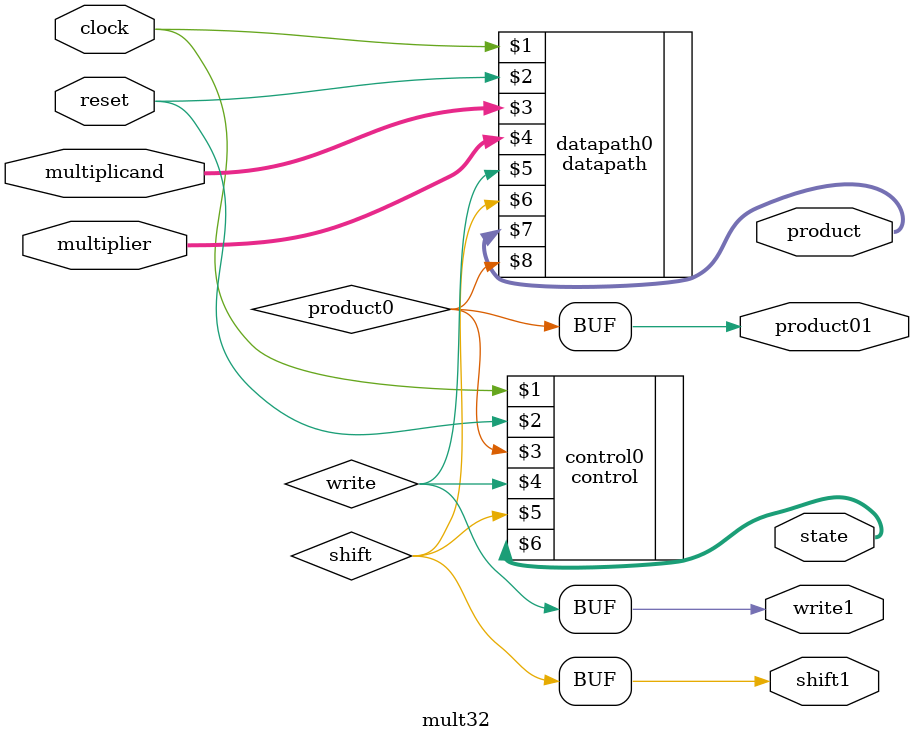
<source format=v>
module mult32 (clock, reset, multiplicand, multiplier, product, write1, shift1, product01, state);
input clock;
input reset;
input [31:0] multiplicand;
input [31:0] multiplier;
output [31:0] product;
output write1;
output shift1;
output product01;
output [2:0] state;

wire product0;
wire write;
wire shift;

assign write1 = write;
assign shift1 = shift;
assign product01 = product0;
	
control control0(clock, reset, product0, write, shift, state);
datapath datapath0(clock, reset, multiplicand, multiplier, write, shift, product, product0);

endmodule
</source>
